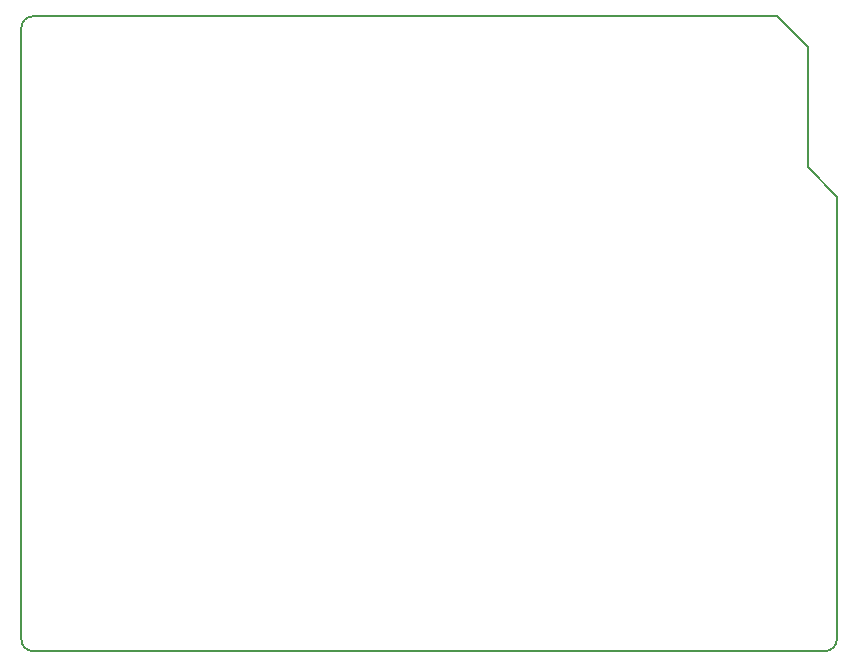
<source format=gbr>
%TF.GenerationSoftware,KiCad,Pcbnew,9.0.0*%
%TF.CreationDate,2025-06-22T11:43:04-03:00*%
%TF.ProjectId,shield arduino,73686965-6c64-4206-9172-6475696e6f2e,rev?*%
%TF.SameCoordinates,Original*%
%TF.FileFunction,Profile,NP*%
%FSLAX46Y46*%
G04 Gerber Fmt 4.6, Leading zero omitted, Abs format (unit mm)*
G04 Created by KiCad (PCBNEW 9.0.0) date 2025-06-22 11:43:04*
%MOMM*%
%LPD*%
G01*
G04 APERTURE LIST*
%TA.AperFunction,Profile*%
%ADD10C,0.150000*%
%TD*%
G04 APERTURE END LIST*
D10*
X201984300Y-116238400D02*
X134939300Y-116238400D01*
X200520500Y-75260400D02*
X200520500Y-65125800D01*
X133939300Y-115238400D02*
X133939300Y-63484200D01*
X202984300Y-77749600D02*
X202984300Y-115238400D01*
X134939300Y-116238400D02*
G75*
G02*
X133939300Y-115238400I0J1000000D01*
G01*
X133939300Y-63484200D02*
G75*
G02*
X134939300Y-62484200I1000000J0D01*
G01*
X200520500Y-75260400D02*
X202984300Y-77749600D01*
X197878900Y-62484200D02*
X200520500Y-65125800D01*
X134939300Y-62484200D02*
X197878900Y-62484200D01*
X202984300Y-115238400D02*
G75*
G02*
X201984300Y-116238400I-1000000J0D01*
G01*
M02*

</source>
